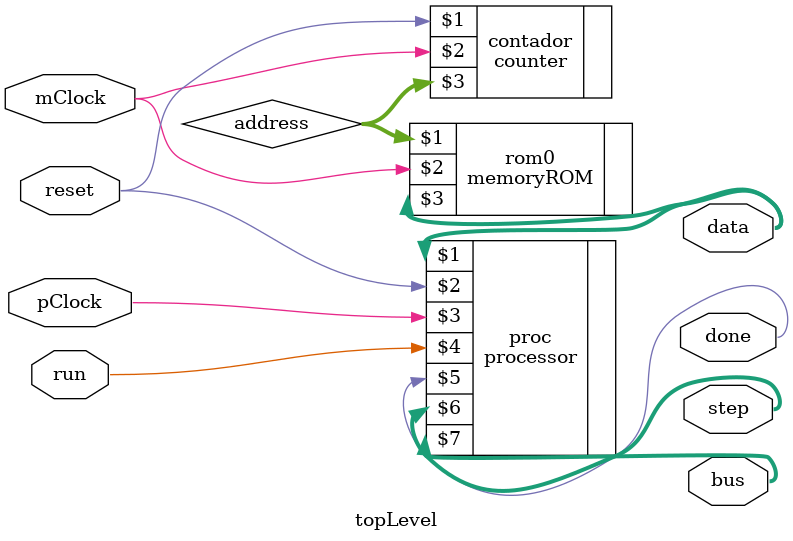
<source format=v>
module topLevel(pClock, mClock, reset, run, bus, data, done, step);
  input pClock, mClock, reset, run;  
  output [15:0] bus, data;
  output [1:0] step;
  output done;  
   
  wire [4:0] address;

  counter contador(reset, mClock, address);
  memoryROM rom0(address, mClock, data);
  processor proc(data, reset, pClock, run, done, step, bus);  
  
endmodule

</source>
